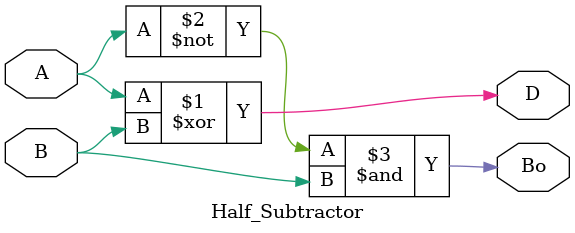
<source format=v>
`timescale 1ns / 1ps


 module Half_Subtractor(output D, Bo, input A, B);
 assign D = A ^ B;
 assign Bo = ~A & B;
 endmodule

</source>
